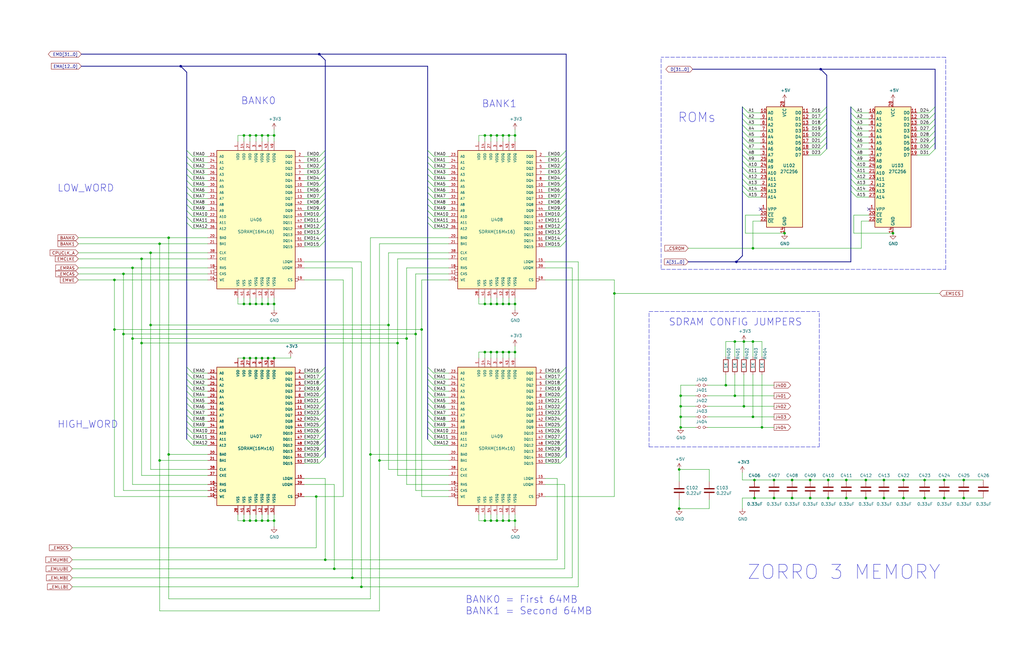
<source format=kicad_sch>
(kicad_sch (version 20211123) (generator eeschema)
  (paper "B")
  (title_block (title "Amiga N2630") (date "2022-08-20") (rev "2.2"))
  (junction (at 313.69 171.45))
  (junction (at 107.95 151.13))
  (junction (at 346.075 29.21))
  (junction (at 212.09 57.15))
  (junction (at 207.01 128.27))
  (junction (at 133.35 209.55))
  (junction (at 398.145 210.185))
  (junction (at 115.57 219.71))
  (junction (at 113.03 219.71))
  (junction (at 76.2 27.94))
  (junction (at 334.01 202.565))
  (junction (at 406.4 210.185))
  (junction (at 287.02 180.34))
  (junction (at 334.01 210.185))
  (junction (at 381 202.565))
  (junction (at 175.26 140.97))
  (junction (at 71.12 191.77))
  (junction (at 287.02 167.005))
  (junction (at 115.57 57.15))
  (junction (at 110.49 219.71))
  (junction (at 140.97 240.03))
  (junction (at 318.135 210.185))
  (junction (at 55.88 142.875))
  (junction (at 318.135 202.565))
  (junction (at 365.125 202.565))
  (junction (at 398.145 202.565))
  (junction (at 372.745 210.185))
  (junction (at 107.95 219.71))
  (junction (at 381 210.185))
  (junction (at 376.555 98.425))
  (junction (at 326.39 202.565))
  (junction (at 113.03 151.13))
  (junction (at 212.09 128.27))
  (junction (at 317.5 104.775))
  (junction (at 204.47 219.71))
  (junction (at 287.02 175.895))
  (junction (at 349.25 210.185))
  (junction (at 171.45 142.875))
  (junction (at 341.63 210.185))
  (junction (at 207.01 148.59))
  (junction (at 102.87 151.13))
  (junction (at 309.88 144.145))
  (junction (at 330.835 98.425))
  (junction (at 310.515 110.49))
  (junction (at 115.57 128.27))
  (junction (at 102.87 57.15))
  (junction (at 177.8 139.065))
  (junction (at 217.17 219.71))
  (junction (at 152.4 247.65))
  (junction (at 209.55 148.59))
  (junction (at 204.47 57.15))
  (junction (at 209.55 128.27))
  (junction (at 204.47 148.59))
  (junction (at 209.55 57.15))
  (junction (at 105.41 128.27))
  (junction (at 67.31 102.87))
  (junction (at 356.87 210.185))
  (junction (at 317.5 144.145))
  (junction (at 63.5 137.16))
  (junction (at 214.63 57.15))
  (junction (at 214.63 148.59))
  (junction (at 110.49 151.13))
  (junction (at 59.69 144.78))
  (junction (at 217.17 57.15))
  (junction (at 167.64 144.78))
  (junction (at 52.07 140.97))
  (junction (at 55.88 113.03))
  (junction (at 313.69 144.145))
  (junction (at 102.87 128.27))
  (junction (at 163.83 137.16))
  (junction (at 59.69 109.22))
  (junction (at 341.63 202.565))
  (junction (at 207.01 219.71))
  (junction (at 156.21 191.77))
  (junction (at 160.02 194.31))
  (junction (at 209.55 219.71))
  (junction (at 105.41 151.13))
  (junction (at 309.88 167.005))
  (junction (at 105.41 57.15))
  (junction (at 63.5 106.68))
  (junction (at 372.745 202.565))
  (junction (at 321.31 180.34))
  (junction (at 105.41 219.71))
  (junction (at 48.26 139.065))
  (junction (at 67.31 194.31))
  (junction (at 107.95 57.15))
  (junction (at 326.39 210.185))
  (junction (at 286.385 198.12))
  (junction (at 259.08 123.825))
  (junction (at 406.4 202.565))
  (junction (at 48.26 118.11))
  (junction (at 148.59 243.84))
  (junction (at 306.07 162.56))
  (junction (at 110.49 57.15))
  (junction (at 52.07 115.57))
  (junction (at 287.02 171.45))
  (junction (at 212.09 148.59))
  (junction (at 356.87 202.565))
  (junction (at 102.87 219.71))
  (junction (at 71.12 100.33))
  (junction (at 134.62 22.86))
  (junction (at 217.17 128.27))
  (junction (at 214.63 128.27))
  (junction (at 115.57 151.13))
  (junction (at 365.125 210.185))
  (junction (at 110.49 128.27))
  (junction (at 204.47 128.27))
  (junction (at 137.16 236.22))
  (junction (at 317.5 175.895))
  (junction (at 217.17 148.59))
  (junction (at 113.03 57.15))
  (junction (at 389.89 210.185))
  (junction (at 107.95 128.27))
  (junction (at 113.03 128.27))
  (junction (at 207.01 57.15))
  (junction (at 214.63 219.71))
  (junction (at 286.385 214.63))
  (junction (at 349.25 202.565))
  (junction (at 389.89 202.565))
  (junction (at 212.09 219.71))
  (no_connect (at 366.395 88.265))
  (no_connect (at 320.675 88.265))
  (bus_entry (at 81.28 157.48) (size -2.54 -2.54))
  (bus_entry (at 236.22 83.82) (size 2.54 -2.54))
  (bus_entry (at 134.62 101.6) (size 2.54 -2.54))
  (bus_entry (at 134.62 86.36) (size 2.54 -2.54))
  (bus_entry (at 236.22 193.04) (size 2.54 -2.54))
  (bus_entry (at 236.22 172.72) (size 2.54 -2.54))
  (bus_entry (at 391.795 65.405) (size 2.54 -2.54))
  (bus_entry (at 134.62 187.96) (size 2.54 -2.54))
  (bus_entry (at 81.28 86.36) (size -2.54 -2.54))
  (bus_entry (at 391.795 52.705) (size 2.54 -2.54))
  (bus_entry (at 81.28 88.9) (size -2.54 -2.54))
  (bus_entry (at 236.22 73.66) (size 2.54 -2.54))
  (bus_entry (at 81.28 73.66) (size -2.54 -2.54))
  (bus_entry (at 134.62 193.04) (size 2.54 -2.54))
  (bus_entry (at 134.62 190.5) (size 2.54 -2.54))
  (bus_entry (at 236.22 66.04) (size 2.54 -2.54))
  (bus_entry (at 134.62 170.18) (size 2.54 -2.54))
  (bus_entry (at 134.62 88.9) (size 2.54 -2.54))
  (bus_entry (at 315.595 70.485) (size -2.54 -2.54))
  (bus_entry (at 182.88 66.04) (size -2.54 -2.54))
  (bus_entry (at 182.88 88.9) (size -2.54 -2.54))
  (bus_entry (at 182.88 180.34) (size -2.54 -2.54))
  (bus_entry (at 236.22 71.12) (size 2.54 -2.54))
  (bus_entry (at 134.62 182.88) (size 2.54 -2.54))
  (bus_entry (at 81.28 93.98) (size -2.54 -2.54))
  (bus_entry (at 361.315 47.625) (size -2.54 -2.54))
  (bus_entry (at 81.28 172.72) (size -2.54 -2.54))
  (bus_entry (at 81.28 71.12) (size -2.54 -2.54))
  (bus_entry (at 361.315 52.705) (size -2.54 -2.54))
  (bus_entry (at 361.315 55.245) (size -2.54 -2.54))
  (bus_entry (at 346.075 65.405) (size 2.54 -2.54))
  (bus_entry (at 182.88 78.74) (size -2.54 -2.54))
  (bus_entry (at 182.88 175.26) (size -2.54 -2.54))
  (bus_entry (at 182.88 187.96) (size -2.54 -2.54))
  (bus_entry (at 182.88 177.8) (size -2.54 -2.54))
  (bus_entry (at 182.88 91.44) (size -2.54 -2.54))
  (bus_entry (at 236.22 68.58) (size 2.54 -2.54))
  (bus_entry (at 315.595 47.625) (size -2.54 -2.54))
  (bus_entry (at 81.28 83.82) (size -2.54 -2.54))
  (bus_entry (at 134.62 180.34) (size 2.54 -2.54))
  (bus_entry (at 236.22 76.2) (size 2.54 -2.54))
  (bus_entry (at 182.88 170.18) (size -2.54 -2.54))
  (bus_entry (at 315.595 78.105) (size -2.54 -2.54))
  (bus_entry (at 346.075 55.245) (size 2.54 -2.54))
  (bus_entry (at 236.22 177.8) (size 2.54 -2.54))
  (bus_entry (at 361.315 83.185) (size -2.54 -2.54))
  (bus_entry (at 315.595 67.945) (size -2.54 -2.54))
  (bus_entry (at 236.22 182.88) (size 2.54 -2.54))
  (bus_entry (at 81.28 68.58) (size -2.54 -2.54))
  (bus_entry (at 81.28 165.1) (size -2.54 -2.54))
  (bus_entry (at 361.315 73.025) (size -2.54 -2.54))
  (bus_entry (at 81.28 162.56) (size -2.54 -2.54))
  (bus_entry (at 236.22 93.98) (size 2.54 -2.54))
  (bus_entry (at 81.28 187.96) (size -2.54 -2.54))
  (bus_entry (at 236.22 86.36) (size 2.54 -2.54))
  (bus_entry (at 315.595 80.645) (size -2.54 -2.54))
  (bus_entry (at 81.28 175.26) (size -2.54 -2.54))
  (bus_entry (at 236.22 165.1) (size 2.54 -2.54))
  (bus_entry (at 134.62 167.64) (size 2.54 -2.54))
  (bus_entry (at 81.28 177.8) (size -2.54 -2.54))
  (bus_entry (at 315.595 52.705) (size -2.54 -2.54))
  (bus_entry (at 134.62 78.74) (size 2.54 -2.54))
  (bus_entry (at 361.315 62.865) (size -2.54 -2.54))
  (bus_entry (at 236.22 167.64) (size 2.54 -2.54))
  (bus_entry (at 236.22 175.26) (size 2.54 -2.54))
  (bus_entry (at 361.315 65.405) (size -2.54 -2.54))
  (bus_entry (at 236.22 81.28) (size 2.54 -2.54))
  (bus_entry (at 134.62 93.98) (size 2.54 -2.54))
  (bus_entry (at 182.88 162.56) (size -2.54 -2.54))
  (bus_entry (at 236.22 180.34) (size 2.54 -2.54))
  (bus_entry (at 391.795 50.165) (size 2.54 -2.54))
  (bus_entry (at 182.88 167.64) (size -2.54 -2.54))
  (bus_entry (at 236.22 185.42) (size 2.54 -2.54))
  (bus_entry (at 134.62 73.66) (size 2.54 -2.54))
  (bus_entry (at 182.88 83.82) (size -2.54 -2.54))
  (bus_entry (at 134.62 71.12) (size 2.54 -2.54))
  (bus_entry (at 236.22 101.6) (size 2.54 -2.54))
  (bus_entry (at 134.62 160.02) (size 2.54 -2.54))
  (bus_entry (at 182.88 76.2) (size -2.54 -2.54))
  (bus_entry (at 134.62 165.1) (size 2.54 -2.54))
  (bus_entry (at 81.28 167.64) (size -2.54 -2.54))
  (bus_entry (at 236.22 190.5) (size 2.54 -2.54))
  (bus_entry (at 182.88 165.1) (size -2.54 -2.54))
  (bus_entry (at 315.595 75.565) (size -2.54 -2.54))
  (bus_entry (at 346.075 47.625) (size 2.54 -2.54))
  (bus_entry (at 134.62 68.58) (size 2.54 -2.54))
  (bus_entry (at 134.62 66.04) (size 2.54 -2.54))
  (bus_entry (at 315.595 55.245) (size -2.54 -2.54))
  (bus_entry (at 315.595 73.025) (size -2.54 -2.54))
  (bus_entry (at 81.28 96.52) (size -2.54 -2.54))
  (bus_entry (at 236.22 187.96) (size 2.54 -2.54))
  (bus_entry (at 361.315 60.325) (size -2.54 -2.54))
  (bus_entry (at 81.28 76.2) (size -2.54 -2.54))
  (bus_entry (at 134.62 91.44) (size 2.54 -2.54))
  (bus_entry (at 134.62 99.06) (size 2.54 -2.54))
  (bus_entry (at 236.22 88.9) (size 2.54 -2.54))
  (bus_entry (at 236.22 195.58) (size 2.54 -2.54))
  (bus_entry (at 182.88 182.88) (size -2.54 -2.54))
  (bus_entry (at 182.88 157.48) (size -2.54 -2.54))
  (bus_entry (at 361.315 67.945) (size -2.54 -2.54))
  (bus_entry (at 346.075 57.785) (size 2.54 -2.54))
  (bus_entry (at 134.62 96.52) (size 2.54 -2.54))
  (bus_entry (at 134.62 162.56) (size 2.54 -2.54))
  (bus_entry (at 81.28 185.42) (size -2.54 -2.54))
  (bus_entry (at 134.62 172.72) (size 2.54 -2.54))
  (bus_entry (at 236.22 96.52) (size 2.54 -2.54))
  (bus_entry (at 81.28 66.04) (size -2.54 -2.54))
  (bus_entry (at 81.28 81.28) (size -2.54 -2.54))
  (bus_entry (at 236.22 104.14) (size 2.54 -2.54))
  (bus_entry (at 236.22 78.74) (size 2.54 -2.54))
  (bus_entry (at 81.28 170.18) (size -2.54 -2.54))
  (bus_entry (at 81.28 78.74) (size -2.54 -2.54))
  (bus_entry (at 236.22 99.06) (size 2.54 -2.54))
  (bus_entry (at 315.595 83.185) (size -2.54 -2.54))
  (bus_entry (at 236.22 162.56) (size 2.54 -2.54))
  (bus_entry (at 134.62 185.42) (size 2.54 -2.54))
  (bus_entry (at 236.22 160.02) (size 2.54 -2.54))
  (bus_entry (at 182.88 185.42) (size -2.54 -2.54))
  (bus_entry (at 346.075 60.325) (size 2.54 -2.54))
  (bus_entry (at 346.075 52.705) (size 2.54 -2.54))
  (bus_entry (at 361.315 57.785) (size -2.54 -2.54))
  (bus_entry (at 134.62 83.82) (size 2.54 -2.54))
  (bus_entry (at 182.88 71.12) (size -2.54 -2.54))
  (bus_entry (at 361.315 70.485) (size -2.54 -2.54))
  (bus_entry (at 81.28 180.34) (size -2.54 -2.54))
  (bus_entry (at 236.22 157.48) (size 2.54 -2.54))
  (bus_entry (at 315.595 50.165) (size -2.54 -2.54))
  (bus_entry (at 391.795 62.865) (size 2.54 -2.54))
  (bus_entry (at 391.795 55.245) (size 2.54 -2.54))
  (bus_entry (at 134.62 177.8) (size 2.54 -2.54))
  (bus_entry (at 182.88 93.98) (size -2.54 -2.54))
  (bus_entry (at 81.28 182.88) (size -2.54 -2.54))
  (bus_entry (at 346.075 62.865) (size 2.54 -2.54))
  (bus_entry (at 315.595 57.785) (size -2.54 -2.54))
  (bus_entry (at 236.22 91.44) (size 2.54 -2.54))
  (bus_entry (at 182.88 160.02) (size -2.54 -2.54))
  (bus_entry (at 134.62 104.14) (size 2.54 -2.54))
  (bus_entry (at 391.795 60.325) (size 2.54 -2.54))
  (bus_entry (at 182.88 172.72) (size -2.54 -2.54))
  (bus_entry (at 134.62 195.58) (size 2.54 -2.54))
  (bus_entry (at 361.315 80.645) (size -2.54 -2.54))
  (bus_entry (at 315.595 65.405) (size -2.54 -2.54))
  (bus_entry (at 391.795 57.785) (size 2.54 -2.54))
  (bus_entry (at 391.795 47.625) (size 2.54 -2.54))
  (bus_entry (at 182.88 68.58) (size -2.54 -2.54))
  (bus_entry (at 134.62 81.28) (size 2.54 -2.54))
  (bus_entry (at 361.315 75.565) (size -2.54 -2.54))
  (bus_entry (at 182.88 86.36) (size -2.54 -2.54))
  (bus_entry (at 81.28 91.44) (size -2.54 -2.54))
  (bus_entry (at 346.075 50.165) (size 2.54 -2.54))
  (bus_entry (at 182.88 81.28) (size -2.54 -2.54))
  (bus_entry (at 315.595 62.865) (size -2.54 -2.54))
  (bus_entry (at 134.62 157.48) (size 2.54 -2.54))
  (bus_entry (at 361.315 50.165) (size -2.54 -2.54))
  (bus_entry (at 134.62 76.2) (size 2.54 -2.54))
  (bus_entry (at 361.315 78.105) (size -2.54 -2.54))
  (bus_entry (at 81.28 160.02) (size -2.54 -2.54))
  (bus_entry (at 134.62 175.26) (size 2.54 -2.54))
  (bus_entry (at 315.595 60.325) (size -2.54 -2.54))
  (bus_entry (at 182.88 73.66) (size -2.54 -2.54))
  (bus_entry (at 236.22 170.18) (size 2.54 -2.54))
  (bus_entry (at 182.88 96.52) (size -2.54 -2.54))
  (bus (pts (xy 238.76 22.86) (xy 238.76 63.5)))
  (wire (pts (xy 321.31 158.115) (xy 321.31 180.34)))
  (wire (pts (xy 306.07 144.145) (xy 309.88 144.145)))
  (bus (pts (xy 78.74 93.98) (xy 78.74 154.94)))
  (wire (pts (xy 214.63 151.13) (xy 214.63 148.59)))
  (bus (pts (xy 346.075 29.21) (xy 394.335 29.21)))
  (wire (pts (xy 128.27 71.12) (xy 134.62 71.12)))
  (wire (pts (xy 229.87 157.48) (xy 236.22 157.48)))
  (wire (pts (xy 87.63 182.88) (xy 81.28 182.88)))
  (wire (pts (xy 314.325 90.805) (xy 314.325 98.425)))
  (wire (pts (xy 128.27 68.58) (xy 134.62 68.58)))
  (wire (pts (xy 381 210.185) (xy 389.89 210.185)))
  (wire (pts (xy 167.64 144.78) (xy 167.64 200.66)))
  (wire (pts (xy 313.69 171.45) (xy 326.39 171.45)))
  (wire (pts (xy 115.57 57.15) (xy 115.57 54.61)))
  (wire (pts (xy 229.87 170.18) (xy 236.22 170.18)))
  (wire (pts (xy 115.57 59.69) (xy 115.57 57.15)))
  (bus (pts (xy 238.76 66.04) (xy 238.76 68.58)))
  (wire (pts (xy 59.69 200.66) (xy 59.69 144.78)))
  (bus (pts (xy 238.76 175.26) (xy 238.76 177.8)))
  (wire (pts (xy 156.21 252.73) (xy 71.12 252.73)))
  (bus (pts (xy 313.055 47.625) (xy 313.055 50.165)))
  (bus (pts (xy 358.775 62.865) (xy 358.775 65.405)))
  (bus (pts (xy 238.76 154.94) (xy 238.76 157.48)))
  (wire (pts (xy 189.23 160.02) (xy 182.88 160.02)))
  (bus (pts (xy 180.34 27.94) (xy 180.34 63.5)))
  (wire (pts (xy 363.22 93.345) (xy 363.22 104.775)))
  (bus (pts (xy 358.775 67.945) (xy 358.775 70.485)))
  (wire (pts (xy 229.87 76.2) (xy 236.22 76.2)))
  (bus (pts (xy 137.16 185.42) (xy 137.16 187.96)))
  (wire (pts (xy 189.23 115.57) (xy 175.26 115.57)))
  (wire (pts (xy 386.715 52.705) (xy 391.795 52.705)))
  (bus (pts (xy 180.34 162.56) (xy 180.34 165.1)))
  (wire (pts (xy 59.69 144.78) (xy 167.64 144.78)))
  (wire (pts (xy 87.63 113.03) (xy 55.88 113.03)))
  (bus (pts (xy 238.76 99.06) (xy 238.76 101.6)))
  (wire (pts (xy 128.27 190.5) (xy 134.62 190.5)))
  (bus (pts (xy 358.775 60.325) (xy 358.775 62.865)))
  (bus (pts (xy 348.615 31.75) (xy 348.615 45.085)))
  (wire (pts (xy 140.97 240.03) (xy 30.48 240.03)))
  (wire (pts (xy 67.31 257.81) (xy 160.02 257.81)))
  (wire (pts (xy 100.33 57.15) (xy 102.87 57.15)))
  (wire (pts (xy 189.23 102.87) (xy 160.02 102.87)))
  (wire (pts (xy 189.23 175.26) (xy 182.88 175.26)))
  (wire (pts (xy 366.395 78.105) (xy 361.315 78.105)))
  (wire (pts (xy 67.31 194.31) (xy 67.31 102.87)))
  (wire (pts (xy 365.125 210.185) (xy 372.745 210.185)))
  (wire (pts (xy 320.675 55.245) (xy 315.595 55.245)))
  (wire (pts (xy 167.64 109.22) (xy 167.64 144.78)))
  (wire (pts (xy 189.23 76.2) (xy 182.88 76.2)))
  (wire (pts (xy 340.995 55.245) (xy 346.075 55.245)))
  (wire (pts (xy 320.675 62.865) (xy 315.595 62.865)))
  (wire (pts (xy 287.02 171.45) (xy 287.02 175.895)))
  (wire (pts (xy 189.23 100.33) (xy 156.21 100.33)))
  (bus (pts (xy 137.16 170.18) (xy 137.16 172.72)))
  (polyline (pts (xy 398.78 113.665) (xy 398.78 24.13)))
  (wire (pts (xy 52.07 115.57) (xy 87.63 115.57)))
  (wire (pts (xy 318.135 202.565) (xy 326.39 202.565)))
  (wire (pts (xy 386.715 55.245) (xy 391.795 55.245)))
  (wire (pts (xy 175.26 115.57) (xy 175.26 140.97)))
  (wire (pts (xy 313.69 144.145) (xy 313.69 150.495)))
  (bus (pts (xy 137.16 157.48) (xy 137.16 160.02)))
  (bus (pts (xy 394.335 45.085) (xy 394.335 47.625)))
  (wire (pts (xy 189.23 207.01) (xy 175.26 207.01)))
  (wire (pts (xy 207.01 217.17) (xy 207.01 219.71)))
  (wire (pts (xy 87.63 78.74) (xy 81.28 78.74)))
  (wire (pts (xy 286.385 203.2) (xy 286.385 198.12)))
  (wire (pts (xy 189.23 68.58) (xy 182.88 68.58)))
  (bus (pts (xy 238.76 165.1) (xy 238.76 167.64)))
  (bus (pts (xy 137.16 93.98) (xy 137.16 96.52)))
  (wire (pts (xy 340.995 57.785) (xy 346.075 57.785)))
  (wire (pts (xy 128.27 81.28) (xy 134.62 81.28)))
  (wire (pts (xy 320.675 65.405) (xy 315.595 65.405)))
  (wire (pts (xy 160.02 194.31) (xy 160.02 257.81)))
  (bus (pts (xy 137.16 25.4) (xy 134.62 22.86)))
  (bus (pts (xy 180.34 88.9) (xy 180.34 91.44)))
  (wire (pts (xy 372.745 202.565) (xy 381 202.565)))
  (wire (pts (xy 201.93 128.27) (xy 204.47 128.27)))
  (bus (pts (xy 180.34 180.34) (xy 180.34 182.88)))
  (bus (pts (xy 134.62 22.86) (xy 238.76 22.86)))
  (wire (pts (xy 209.55 148.59) (xy 212.09 148.59)))
  (wire (pts (xy 100.33 219.71) (xy 102.87 219.71)))
  (wire (pts (xy 128.27 170.18) (xy 134.62 170.18)))
  (wire (pts (xy 366.395 73.025) (xy 361.315 73.025)))
  (wire (pts (xy 87.63 109.22) (xy 59.69 109.22)))
  (wire (pts (xy 63.5 198.12) (xy 63.5 137.16)))
  (wire (pts (xy 201.93 125.73) (xy 201.93 128.27)))
  (bus (pts (xy 313.055 75.565) (xy 313.055 78.105)))
  (wire (pts (xy 204.47 148.59) (xy 207.01 148.59)))
  (wire (pts (xy 163.83 137.16) (xy 163.83 198.12)))
  (bus (pts (xy 180.34 71.12) (xy 180.34 73.66)))
  (wire (pts (xy 318.135 202.565) (xy 313.055 202.565)))
  (wire (pts (xy 340.995 52.705) (xy 346.075 52.705)))
  (wire (pts (xy 259.08 123.825) (xy 259.08 209.55)))
  (wire (pts (xy 299.085 198.12) (xy 299.085 203.2)))
  (wire (pts (xy 87.63 167.64) (xy 81.28 167.64)))
  (wire (pts (xy 229.87 81.28) (xy 236.22 81.28)))
  (bus (pts (xy 180.34 73.66) (xy 180.34 76.2)))
  (wire (pts (xy 229.87 113.03) (xy 241.3 113.03)))
  (wire (pts (xy 321.31 150.495) (xy 321.31 144.145)))
  (bus (pts (xy 137.16 167.64) (xy 137.16 170.18)))
  (bus (pts (xy 358.775 50.165) (xy 358.775 52.705)))
  (wire (pts (xy 398.145 202.565) (xy 406.4 202.565)))
  (wire (pts (xy 189.23 88.9) (xy 182.88 88.9)))
  (wire (pts (xy 48.26 139.065) (xy 48.26 209.55)))
  (wire (pts (xy 201.93 57.15) (xy 204.47 57.15)))
  (wire (pts (xy 102.87 219.71) (xy 105.41 219.71)))
  (bus (pts (xy 180.34 182.88) (xy 180.34 185.42)))
  (wire (pts (xy 366.395 57.785) (xy 361.315 57.785)))
  (wire (pts (xy 102.87 151.13) (xy 105.41 151.13)))
  (wire (pts (xy 318.135 210.185) (xy 326.39 210.185)))
  (bus (pts (xy 137.16 91.44) (xy 137.16 93.98)))
  (wire (pts (xy 299.085 214.63) (xy 299.085 210.82)))
  (wire (pts (xy 366.395 75.565) (xy 361.315 75.565)))
  (wire (pts (xy 214.63 217.17) (xy 214.63 219.71)))
  (bus (pts (xy 180.34 76.2) (xy 180.34 78.74)))
  (wire (pts (xy 107.95 151.13) (xy 110.49 151.13)))
  (wire (pts (xy 212.09 217.17) (xy 212.09 219.71)))
  (bus (pts (xy 137.16 182.88) (xy 137.16 185.42)))
  (bus (pts (xy 394.335 52.705) (xy 394.335 55.245)))
  (wire (pts (xy 317.5 104.775) (xy 290.195 104.775)))
  (wire (pts (xy 71.12 191.77) (xy 71.12 100.33)))
  (wire (pts (xy 320.675 47.625) (xy 315.595 47.625)))
  (wire (pts (xy 189.23 78.74) (xy 182.88 78.74)))
  (wire (pts (xy 189.23 194.31) (xy 160.02 194.31)))
  (wire (pts (xy 128.27 162.56) (xy 134.62 162.56)))
  (wire (pts (xy 309.88 167.005) (xy 326.39 167.005)))
  (wire (pts (xy 234.95 201.93) (xy 234.95 236.22)))
  (wire (pts (xy 340.995 47.625) (xy 346.075 47.625)))
  (bus (pts (xy 348.615 52.705) (xy 348.615 55.245)))
  (wire (pts (xy 214.63 219.71) (xy 217.17 219.71)))
  (bus (pts (xy 358.775 80.645) (xy 358.775 110.49)))
  (wire (pts (xy 128.27 88.9) (xy 134.62 88.9)))
  (bus (pts (xy 78.74 78.74) (xy 78.74 81.28)))
  (wire (pts (xy 229.87 83.82) (xy 236.22 83.82)))
  (wire (pts (xy 320.675 83.185) (xy 315.595 83.185)))
  (wire (pts (xy 286.385 214.63) (xy 299.085 214.63)))
  (wire (pts (xy 366.395 67.945) (xy 361.315 67.945)))
  (wire (pts (xy 105.41 125.73) (xy 105.41 128.27)))
  (bus (pts (xy 180.34 167.64) (xy 180.34 170.18)))
  (wire (pts (xy 217.17 148.59) (xy 217.17 146.05)))
  (wire (pts (xy 163.83 198.12) (xy 189.23 198.12)))
  (wire (pts (xy 189.23 96.52) (xy 182.88 96.52)))
  (bus (pts (xy 180.34 86.36) (xy 180.34 88.9)))
  (polyline (pts (xy 345.44 188.595) (xy 345.44 131.445)))
  (bus (pts (xy 180.34 91.44) (xy 180.34 93.98)))
  (wire (pts (xy 386.715 62.865) (xy 391.795 62.865)))
  (wire (pts (xy 87.63 177.8) (xy 81.28 177.8)))
  (bus (pts (xy 76.2 27.94) (xy 180.34 27.94)))
  (wire (pts (xy 229.87 99.06) (xy 236.22 99.06)))
  (wire (pts (xy 229.87 187.96) (xy 236.22 187.96)))
  (wire (pts (xy 398.145 210.185) (xy 406.4 210.185)))
  (bus (pts (xy 310.515 110.49) (xy 358.775 110.49)))
  (wire (pts (xy 287.02 175.895) (xy 293.37 175.895)))
  (wire (pts (xy 189.23 170.18) (xy 182.88 170.18)))
  (wire (pts (xy 365.125 202.565) (xy 356.87 202.565)))
  (wire (pts (xy 363.22 104.775) (xy 317.5 104.775)))
  (wire (pts (xy 102.87 128.27) (xy 105.41 128.27)))
  (wire (pts (xy 48.26 118.11) (xy 33.02 118.11)))
  (wire (pts (xy 313.69 144.145) (xy 317.5 144.145)))
  (wire (pts (xy 229.87 204.47) (xy 238.125 204.47)))
  (bus (pts (xy 78.74 81.28) (xy 78.74 83.82)))
  (bus (pts (xy 137.16 154.94) (xy 137.16 157.48)))
  (bus (pts (xy 238.76 182.88) (xy 238.76 185.42)))
  (wire (pts (xy 87.63 191.77) (xy 71.12 191.77)))
  (wire (pts (xy 340.995 65.405) (xy 346.075 65.405)))
  (polyline (pts (xy 278.765 113.665) (xy 398.78 113.665)))
  (wire (pts (xy 238.125 240.03) (xy 238.125 204.47)))
  (wire (pts (xy 229.87 96.52) (xy 236.22 96.52)))
  (bus (pts (xy 238.76 180.34) (xy 238.76 182.88)))
  (wire (pts (xy 317.5 144.145) (xy 321.31 144.145)))
  (wire (pts (xy 381 202.565) (xy 389.89 202.565)))
  (wire (pts (xy 334.01 202.565) (xy 341.63 202.565)))
  (bus (pts (xy 238.76 162.56) (xy 238.76 165.1)))
  (bus (pts (xy 78.74 162.56) (xy 78.74 165.1)))
  (wire (pts (xy 209.55 125.73) (xy 209.55 128.27)))
  (wire (pts (xy 128.27 201.93) (xy 137.16 201.93)))
  (wire (pts (xy 63.5 137.16) (xy 63.5 106.68)))
  (wire (pts (xy 212.09 151.13) (xy 212.09 148.59)))
  (wire (pts (xy 87.63 157.48) (xy 81.28 157.48)))
  (bus (pts (xy 313.055 52.705) (xy 313.055 55.245)))
  (wire (pts (xy 52.07 207.01) (xy 52.07 140.97)))
  (bus (pts (xy 292.1 29.21) (xy 346.075 29.21)))
  (bus (pts (xy 180.34 175.26) (xy 180.34 177.8)))
  (wire (pts (xy 189.23 91.44) (xy 182.88 91.44)))
  (wire (pts (xy 128.27 175.26) (xy 134.62 175.26)))
  (wire (pts (xy 313.055 202.565) (xy 313.055 199.39)))
  (wire (pts (xy 67.31 194.31) (xy 67.31 257.81)))
  (wire (pts (xy 209.55 219.71) (xy 212.09 219.71)))
  (bus (pts (xy 358.775 65.405) (xy 358.775 67.945)))
  (wire (pts (xy 105.41 128.27) (xy 107.95 128.27)))
  (wire (pts (xy 209.55 217.17) (xy 209.55 219.71)))
  (wire (pts (xy 340.995 62.865) (xy 346.075 62.865)))
  (polyline (pts (xy 398.78 24.13) (xy 278.765 24.13)))
  (wire (pts (xy 115.57 151.13) (xy 122.555 151.13)))
  (wire (pts (xy 201.93 217.17) (xy 201.93 219.71)))
  (wire (pts (xy 107.95 128.27) (xy 110.49 128.27)))
  (wire (pts (xy 386.715 50.165) (xy 391.795 50.165)))
  (bus (pts (xy 238.76 170.18) (xy 238.76 172.72)))
  (wire (pts (xy 140.97 204.47) (xy 140.97 240.03)))
  (wire (pts (xy 87.63 118.11) (xy 48.26 118.11)))
  (wire (pts (xy 209.55 151.13) (xy 209.55 148.59)))
  (wire (pts (xy 366.395 70.485) (xy 361.315 70.485)))
  (wire (pts (xy 366.395 65.405) (xy 361.315 65.405)))
  (wire (pts (xy 113.03 219.71) (xy 115.57 219.71)))
  (wire (pts (xy 87.63 81.28) (xy 81.28 81.28)))
  (wire (pts (xy 320.675 57.785) (xy 315.595 57.785)))
  (bus (pts (xy 180.34 177.8) (xy 180.34 180.34)))
  (wire (pts (xy 177.8 118.11) (xy 177.8 139.065)))
  (bus (pts (xy 313.055 80.645) (xy 313.055 107.95)))
  (wire (pts (xy 349.25 202.565) (xy 341.63 202.565)))
  (wire (pts (xy 341.63 210.185) (xy 349.25 210.185)))
  (wire (pts (xy 217.17 59.69) (xy 217.17 57.15)))
  (bus (pts (xy 238.76 172.72) (xy 238.76 175.26)))
  (wire (pts (xy 366.395 55.245) (xy 361.315 55.245)))
  (bus (pts (xy 348.615 57.785) (xy 348.615 60.325)))
  (bus (pts (xy 238.76 185.42) (xy 238.76 187.96)))
  (wire (pts (xy 115.57 219.71) (xy 115.57 222.25)))
  (bus (pts (xy 180.34 81.28) (xy 180.34 83.82)))
  (wire (pts (xy 201.93 148.59) (xy 204.47 148.59)))
  (wire (pts (xy 102.87 125.73) (xy 102.87 128.27)))
  (wire (pts (xy 229.87 190.5) (xy 236.22 190.5)))
  (wire (pts (xy 204.47 217.17) (xy 204.47 219.71)))
  (wire (pts (xy 71.12 100.33) (xy 33.02 100.33)))
  (wire (pts (xy 52.07 140.97) (xy 175.26 140.97)))
  (wire (pts (xy 189.23 66.04) (xy 182.88 66.04)))
  (bus (pts (xy 78.74 76.2) (xy 78.74 78.74)))
  (bus (pts (xy 313.055 67.945) (xy 313.055 70.485)))
  (wire (pts (xy 389.89 202.565) (xy 398.145 202.565)))
  (wire (pts (xy 217.17 128.27) (xy 217.17 125.73)))
  (bus (pts (xy 78.74 180.34) (xy 78.74 182.88)))
  (wire (pts (xy 107.95 219.71) (xy 110.49 219.71)))
  (wire (pts (xy 152.4 110.49) (xy 152.4 247.65)))
  (wire (pts (xy 229.87 165.1) (xy 236.22 165.1)))
  (wire (pts (xy 128.27 86.36) (xy 134.62 86.36)))
  (wire (pts (xy 366.395 62.865) (xy 361.315 62.865)))
  (wire (pts (xy 366.395 90.805) (xy 360.045 90.805)))
  (bus (pts (xy 137.16 63.5) (xy 137.16 66.04)))
  (wire (pts (xy 366.395 83.185) (xy 361.315 83.185)))
  (bus (pts (xy 358.775 75.565) (xy 358.775 78.105)))
  (wire (pts (xy 137.16 236.22) (xy 234.95 236.22)))
  (wire (pts (xy 229.87 91.44) (xy 236.22 91.44)))
  (bus (pts (xy 78.74 66.04) (xy 78.74 68.58)))
  (wire (pts (xy 102.87 57.15) (xy 105.41 57.15)))
  (wire (pts (xy 286.385 210.82) (xy 286.385 214.63)))
  (wire (pts (xy 189.23 180.34) (xy 182.88 180.34)))
  (bus (pts (xy 34.29 27.94) (xy 76.2 27.94)))
  (bus (pts (xy 78.74 73.66) (xy 78.74 76.2)))
  (bus (pts (xy 137.16 187.96) (xy 137.16 190.5)))
  (bus (pts (xy 78.74 160.02) (xy 78.74 162.56)))
  (wire (pts (xy 189.23 187.96) (xy 182.88 187.96)))
  (bus (pts (xy 78.74 91.44) (xy 78.74 93.98)))
  (wire (pts (xy 189.23 185.42) (xy 182.88 185.42)))
  (bus (pts (xy 137.16 175.26) (xy 137.16 177.8)))
  (bus (pts (xy 313.055 70.485) (xy 313.055 73.025)))
  (bus (pts (xy 137.16 160.02) (xy 137.16 162.56)))
  (wire (pts (xy 189.23 113.03) (xy 171.45 113.03)))
  (wire (pts (xy 87.63 76.2) (xy 81.28 76.2)))
  (wire (pts (xy 87.63 160.02) (xy 81.28 160.02)))
  (wire (pts (xy 214.63 59.69) (xy 214.63 57.15)))
  (wire (pts (xy 171.45 142.875) (xy 171.45 204.47)))
  (bus (pts (xy 313.055 62.865) (xy 313.055 65.405)))
  (bus (pts (xy 348.615 47.625) (xy 348.615 50.165)))
  (wire (pts (xy 309.88 144.145) (xy 309.88 150.495)))
  (wire (pts (xy 320.675 75.565) (xy 315.595 75.565)))
  (bus (pts (xy 78.74 63.5) (xy 78.74 66.04)))
  (wire (pts (xy 287.02 167.005) (xy 287.02 171.45)))
  (wire (pts (xy 320.675 93.345) (xy 317.5 93.345)))
  (wire (pts (xy 207.01 59.69) (xy 207.01 57.15)))
  (wire (pts (xy 366.395 93.345) (xy 363.22 93.345)))
  (wire (pts (xy 229.87 185.42) (xy 236.22 185.42)))
  (wire (pts (xy 189.23 165.1) (xy 182.88 165.1)))
  (wire (pts (xy 406.4 202.565) (xy 414.655 202.565)))
  (wire (pts (xy 320.675 73.025) (xy 315.595 73.025)))
  (wire (pts (xy 87.63 86.36) (xy 81.28 86.36)))
  (wire (pts (xy 87.63 93.98) (xy 81.28 93.98)))
  (wire (pts (xy 212.09 57.15) (xy 214.63 57.15)))
  (wire (pts (xy 204.47 128.27) (xy 207.01 128.27)))
  (wire (pts (xy 229.87 177.8) (xy 236.22 177.8)))
  (wire (pts (xy 113.03 125.73) (xy 113.03 128.27)))
  (bus (pts (xy 313.055 60.325) (xy 313.055 62.865)))
  (bus (pts (xy 238.76 96.52) (xy 238.76 99.06)))
  (wire (pts (xy 156.21 100.33) (xy 156.21 191.77)))
  (wire (pts (xy 87.63 162.56) (xy 81.28 162.56)))
  (wire (pts (xy 229.87 88.9) (xy 236.22 88.9)))
  (bus (pts (xy 358.775 52.705) (xy 358.775 55.245)))
  (wire (pts (xy 105.41 151.13) (xy 107.95 151.13)))
  (wire (pts (xy 52.07 140.97) (xy 52.07 115.57)))
  (wire (pts (xy 207.01 125.73) (xy 207.01 128.27)))
  (wire (pts (xy 212.09 148.59) (xy 214.63 148.59)))
  (wire (pts (xy 229.87 175.26) (xy 236.22 175.26)))
  (wire (pts (xy 137.16 236.22) (xy 30.48 236.22)))
  (bus (pts (xy 238.76 157.48) (xy 238.76 160.02)))
  (wire (pts (xy 110.49 151.13) (xy 113.03 151.13)))
  (bus (pts (xy 137.16 162.56) (xy 137.16 165.1)))
  (bus (pts (xy 358.775 45.085) (xy 358.775 47.625)))
  (wire (pts (xy 110.49 128.27) (xy 113.03 128.27)))
  (wire (pts (xy 115.57 128.27) (xy 115.57 130.81)))
  (polyline (pts (xy 273.685 131.445) (xy 345.44 131.445)))
  (bus (pts (xy 394.335 60.325) (xy 394.335 62.865)))
  (bus (pts (xy 78.74 71.12) (xy 78.74 73.66)))
  (wire (pts (xy 175.26 140.97) (xy 175.26 207.01)))
  (wire (pts (xy 33.02 115.57) (xy 52.07 115.57)))
  (bus (pts (xy 34.29 22.86) (xy 134.62 22.86)))
  (wire (pts (xy 287.02 167.005) (xy 293.37 167.005)))
  (wire (pts (xy 163.83 137.16) (xy 63.5 137.16)))
  (bus (pts (xy 78.74 30.48) (xy 76.2 27.94)))
  (wire (pts (xy 113.03 217.17) (xy 113.03 219.71)))
  (wire (pts (xy 209.55 57.15) (xy 212.09 57.15)))
  (wire (pts (xy 229.87 71.12) (xy 236.22 71.12)))
  (bus (pts (xy 358.775 55.245) (xy 358.775 57.785)))
  (wire (pts (xy 212.09 128.27) (xy 214.63 128.27)))
  (bus (pts (xy 358.775 70.485) (xy 358.775 73.025)))
  (bus (pts (xy 238.76 73.66) (xy 238.76 76.2)))
  (wire (pts (xy 217.17 219.71) (xy 217.17 217.17)))
  (wire (pts (xy 201.93 59.69) (xy 201.93 57.15)))
  (wire (pts (xy 229.87 193.04) (xy 236.22 193.04)))
  (wire (pts (xy 189.23 118.11) (xy 177.8 118.11)))
  (wire (pts (xy 318.135 210.185) (xy 313.055 210.185)))
  (wire (pts (xy 152.4 247.65) (xy 30.48 247.65)))
  (wire (pts (xy 128.27 180.34) (xy 134.62 180.34)))
  (wire (pts (xy 100.33 217.17) (xy 100.33 219.71)))
  (wire (pts (xy 287.02 162.56) (xy 287.02 167.005)))
  (wire (pts (xy 214.63 125.73) (xy 214.63 128.27)))
  (wire (pts (xy 306.07 158.115) (xy 306.07 162.56)))
  (wire (pts (xy 113.03 59.69) (xy 113.03 57.15)))
  (wire (pts (xy 148.59 243.84) (xy 30.48 243.84)))
  (wire (pts (xy 298.45 175.895) (xy 317.5 175.895)))
  (wire (pts (xy 287.02 180.34) (xy 293.37 180.34)))
  (wire (pts (xy 128.27 185.42) (xy 134.62 185.42)))
  (bus (pts (xy 180.34 160.02) (xy 180.34 162.56)))
  (bus (pts (xy 78.74 177.8) (xy 78.74 180.34)))
  (bus (pts (xy 238.76 88.9) (xy 238.76 91.44)))
  (wire (pts (xy 201.93 219.71) (xy 204.47 219.71)))
  (wire (pts (xy 144.78 209.55) (xy 144.78 118.11)))
  (wire (pts (xy 107.95 59.69) (xy 107.95 57.15)))
  (wire (pts (xy 217.17 57.15) (xy 217.17 54.61)))
  (wire (pts (xy 128.27 96.52) (xy 134.62 96.52)))
  (wire (pts (xy 87.63 102.87) (xy 67.31 102.87)))
  (wire (pts (xy 113.03 128.27) (xy 115.57 128.27)))
  (wire (pts (xy 309.88 144.145) (xy 313.69 144.145)))
  (wire (pts (xy 229.87 180.34) (xy 236.22 180.34)))
  (wire (pts (xy 55.88 113.03) (xy 33.02 113.03)))
  (wire (pts (xy 87.63 198.12) (xy 63.5 198.12)))
  (bus (pts (xy 180.34 63.5) (xy 180.34 66.04)))
  (bus (pts (xy 238.76 101.6) (xy 238.76 154.94)))
  (wire (pts (xy 133.35 209.55) (xy 144.78 209.55)))
  (wire (pts (xy 87.63 172.72) (xy 81.28 172.72)))
  (wire (pts (xy 189.23 93.98) (xy 182.88 93.98)))
  (wire (pts (xy 229.87 182.88) (xy 236.22 182.88)))
  (bus (pts (xy 137.16 88.9) (xy 137.16 91.44)))
  (wire (pts (xy 229.87 209.55) (xy 259.08 209.55)))
  (bus (pts (xy 394.335 50.165) (xy 394.335 52.705)))
  (wire (pts (xy 128.27 182.88) (xy 134.62 182.88)))
  (bus (pts (xy 394.335 55.245) (xy 394.335 57.785)))
  (bus (pts (xy 180.34 157.48) (xy 180.34 160.02)))
  (wire (pts (xy 306.07 162.56) (xy 326.39 162.56)))
  (wire (pts (xy 87.63 165.1) (xy 81.28 165.1)))
  (polyline (pts (xy 278.765 24.765) (xy 278.765 113.665)))
  (wire (pts (xy 340.995 50.165) (xy 346.075 50.165)))
  (bus (pts (xy 137.16 96.52) (xy 137.16 99.06)))
  (wire (pts (xy 366.395 60.325) (xy 361.315 60.325)))
  (wire (pts (xy 214.63 128.27) (xy 217.17 128.27)))
  (bus (pts (xy 348.615 45.085) (xy 348.615 47.625)))
  (wire (pts (xy 177.8 139.065) (xy 48.26 139.065)))
  (bus (pts (xy 238.76 93.98) (xy 238.76 96.52)))
  (bus (pts (xy 238.76 63.5) (xy 238.76 66.04)))
  (wire (pts (xy 287.02 175.895) (xy 287.02 180.34)))
  (wire (pts (xy 87.63 200.66) (xy 59.69 200.66)))
  (bus (pts (xy 78.74 83.82) (xy 78.74 86.36)))
  (wire (pts (xy 386.715 47.625) (xy 391.795 47.625)))
  (wire (pts (xy 110.49 217.17) (xy 110.49 219.71)))
  (wire (pts (xy 287.02 171.45) (xy 293.37 171.45)))
  (wire (pts (xy 105.41 217.17) (xy 105.41 219.71)))
  (wire (pts (xy 63.5 106.68) (xy 33.02 106.68)))
  (wire (pts (xy 189.23 106.68) (xy 163.83 106.68)))
  (wire (pts (xy 128.27 187.96) (xy 134.62 187.96)))
  (wire (pts (xy 366.395 50.165) (xy 361.315 50.165)))
  (wire (pts (xy 163.83 106.68) (xy 163.83 137.16)))
  (wire (pts (xy 349.25 210.185) (xy 356.87 210.185)))
  (bus (pts (xy 238.76 160.02) (xy 238.76 162.56)))
  (wire (pts (xy 128.27 113.03) (xy 148.59 113.03)))
  (bus (pts (xy 78.74 165.1) (xy 78.74 167.64)))
  (bus (pts (xy 137.16 81.28) (xy 137.16 83.82)))
  (wire (pts (xy 313.055 210.185) (xy 313.055 214.63)))
  (wire (pts (xy 87.63 187.96) (xy 81.28 187.96)))
  (bus (pts (xy 348.615 50.165) (xy 348.615 52.705)))
  (wire (pts (xy 229.87 78.74) (xy 236.22 78.74)))
  (bus (pts (xy 180.34 93.98) (xy 180.34 154.94)))
  (bus (pts (xy 180.34 170.18) (xy 180.34 172.72)))
  (wire (pts (xy 229.87 195.58) (xy 236.22 195.58)))
  (bus (pts (xy 137.16 86.36) (xy 137.16 88.9)))
  (wire (pts (xy 259.08 123.825) (xy 396.24 123.825)))
  (wire (pts (xy 189.23 191.77) (xy 156.21 191.77)))
  (wire (pts (xy 87.63 66.04) (xy 81.28 66.04)))
  (wire (pts (xy 298.45 162.56) (xy 306.07 162.56)))
  (wire (pts (xy 360.045 90.805) (xy 360.045 98.425)))
  (wire (pts (xy 229.87 118.11) (xy 259.08 118.11)))
  (wire (pts (xy 320.675 52.705) (xy 315.595 52.705)))
  (wire (pts (xy 229.87 101.6) (xy 236.22 101.6)))
  (wire (pts (xy 189.23 71.12) (xy 182.88 71.12)))
  (wire (pts (xy 87.63 180.34) (xy 81.28 180.34)))
  (bus (pts (xy 78.74 157.48) (xy 78.74 160.02)))
  (wire (pts (xy 298.45 171.45) (xy 313.69 171.45)))
  (bus (pts (xy 238.76 187.96) (xy 238.76 190.5)))
  (wire (pts (xy 229.87 66.04) (xy 236.22 66.04)))
  (wire (pts (xy 128.27 76.2) (xy 134.62 76.2)))
  (bus (pts (xy 137.16 190.5) (xy 137.16 193.04)))
  (wire (pts (xy 148.59 113.03) (xy 148.59 243.84)))
  (wire (pts (xy 152.4 247.65) (xy 243.84 247.65)))
  (bus (pts (xy 358.775 78.105) (xy 358.775 80.645)))
  (bus (pts (xy 78.74 167.64) (xy 78.74 170.18)))
  (wire (pts (xy 107.95 217.17) (xy 107.95 219.71)))
  (bus (pts (xy 78.74 88.9) (xy 78.74 91.44)))
  (bus (pts (xy 313.055 73.025) (xy 313.055 75.565)))
  (wire (pts (xy 214.63 148.59) (xy 217.17 148.59)))
  (wire (pts (xy 209.55 128.27) (xy 212.09 128.27)))
  (wire (pts (xy 105.41 219.71) (xy 107.95 219.71)))
  (wire (pts (xy 59.69 144.78) (xy 59.69 109.22)))
  (wire (pts (xy 313.69 171.45) (xy 313.69 158.115)))
  (bus (pts (xy 137.16 71.12) (xy 137.16 73.66)))
  (bus (pts (xy 238.76 86.36) (xy 238.76 88.9)))
  (bus (pts (xy 137.16 25.4) (xy 137.16 63.5)))
  (wire (pts (xy 128.27 78.74) (xy 134.62 78.74)))
  (wire (pts (xy 55.88 142.875) (xy 171.45 142.875)))
  (wire (pts (xy 189.23 162.56) (xy 182.88 162.56)))
  (bus (pts (xy 137.16 177.8) (xy 137.16 180.34)))
  (wire (pts (xy 217.17 219.71) (xy 217.17 222.25)))
  (bus (pts (xy 78.74 30.48) (xy 78.74 63.5)))
  (wire (pts (xy 298.45 180.34) (xy 321.31 180.34)))
  (bus (pts (xy 238.76 78.74) (xy 238.76 81.28)))
  (wire (pts (xy 212.09 59.69) (xy 212.09 57.15)))
  (wire (pts (xy 128.27 167.64) (xy 134.62 167.64)))
  (wire (pts (xy 87.63 106.68) (xy 63.5 106.68)))
  (wire (pts (xy 212.09 219.71) (xy 214.63 219.71)))
  (wire (pts (xy 160.02 102.87) (xy 160.02 194.31)))
  (bus (pts (xy 137.16 78.74) (xy 137.16 81.28)))
  (wire (pts (xy 201.93 151.13) (xy 201.93 148.59)))
  (wire (pts (xy 107.95 125.73) (xy 107.95 128.27)))
  (wire (pts (xy 128.27 110.49) (xy 152.4 110.49)))
  (wire (pts (xy 204.47 59.69) (xy 204.47 57.15)))
  (wire (pts (xy 128.27 165.1) (xy 134.62 165.1)))
  (wire (pts (xy 87.63 204.47) (xy 55.88 204.47)))
  (bus (pts (xy 313.055 50.165) (xy 313.055 52.705)))
  (bus (pts (xy 180.34 154.94) (xy 180.34 157.48)))
  (wire (pts (xy 217.17 128.27) (xy 217.17 130.81)))
  (wire (pts (xy 189.23 73.66) (xy 182.88 73.66)))
  (wire (pts (xy 306.07 150.495) (xy 306.07 144.145)))
  (wire (pts (xy 259.08 118.11) (xy 259.08 123.825)))
  (wire (pts (xy 128.27 195.58) (xy 134.62 195.58)))
  (wire (pts (xy 366.395 47.625) (xy 361.315 47.625)))
  (wire (pts (xy 189.23 83.82) (xy 182.88 83.82)))
  (wire (pts (xy 140.97 240.03) (xy 238.125 240.03)))
  (wire (pts (xy 105.41 57.15) (xy 107.95 57.15)))
  (bus (pts (xy 180.34 78.74) (xy 180.34 81.28)))
  (bus (pts (xy 358.775 73.025) (xy 358.775 75.565)))
  (wire (pts (xy 128.27 83.82) (xy 134.62 83.82)))
  (wire (pts (xy 128.27 99.06) (xy 134.62 99.06)))
  (wire (pts (xy 128.27 157.48) (xy 134.62 157.48)))
  (wire (pts (xy 360.045 98.425) (xy 376.555 98.425)))
  (wire (pts (xy 207.01 57.15) (xy 209.55 57.15)))
  (wire (pts (xy 87.63 170.18) (xy 81.28 170.18)))
  (bus (pts (xy 238.76 83.82) (xy 238.76 86.36)))
  (wire (pts (xy 189.23 172.72) (xy 182.88 172.72)))
  (wire (pts (xy 110.49 59.69) (xy 110.49 57.15)))
  (bus (pts (xy 394.335 29.21) (xy 394.335 45.085)))
  (wire (pts (xy 207.01 151.13) (xy 207.01 148.59)))
  (wire (pts (xy 100.33 128.27) (xy 102.87 128.27)))
  (bus (pts (xy 313.055 45.085) (xy 313.055 47.625)))
  (wire (pts (xy 229.87 104.14) (xy 236.22 104.14)))
  (wire (pts (xy 189.23 204.47) (xy 171.45 204.47)))
  (wire (pts (xy 189.23 200.66) (xy 167.64 200.66)))
  (wire (pts (xy 320.675 90.805) (xy 314.325 90.805)))
  (wire (pts (xy 229.87 167.64) (xy 236.22 167.64)))
  (wire (pts (xy 100.33 59.69) (xy 100.33 57.15)))
  (wire (pts (xy 334.01 210.185) (xy 341.63 210.185)))
  (polyline (pts (xy 273.685 132.08) (xy 273.685 188.595)))
  (wire (pts (xy 317.5 144.145) (xy 317.5 150.495)))
  (bus (pts (xy 290.195 110.49) (xy 310.515 110.49)))
  (bus (pts (xy 394.335 57.785) (xy 394.335 60.325)))
  (wire (pts (xy 87.63 209.55) (xy 48.26 209.55)))
  (bus (pts (xy 310.515 110.49) (xy 313.055 107.95)))
  (wire (pts (xy 309.88 158.115) (xy 309.88 167.005)))
  (wire (pts (xy 122.555 151.13) (xy 122.555 150.495)))
  (bus (pts (xy 78.74 172.72) (xy 78.74 175.26)))
  (wire (pts (xy 87.63 88.9) (xy 81.28 88.9)))
  (wire (pts (xy 189.23 157.48) (xy 182.88 157.48)))
  (bus (pts (xy 78.74 154.94) (xy 78.74 157.48)))
  (wire (pts (xy 171.45 113.03) (xy 171.45 142.875)))
  (wire (pts (xy 128.27 177.8) (xy 134.62 177.8)))
  (bus (pts (xy 313.055 78.105) (xy 313.055 80.645)))
  (bus (pts (xy 180.34 172.72) (xy 180.34 175.26)))
  (wire (pts (xy 317.5 158.115) (xy 317.5 175.895)))
  (wire (pts (xy 293.37 162.56) (xy 287.02 162.56)))
  (bus (pts (xy 180.34 68.58) (xy 180.34 71.12)))
  (wire (pts (xy 87.63 185.42) (xy 81.28 185.42)))
  (bus (pts (xy 238.76 177.8) (xy 238.76 180.34)))
  (wire (pts (xy 156.21 191.77) (xy 156.21 252.73)))
  (bus (pts (xy 78.74 68.58) (xy 78.74 71.12)))
  (wire (pts (xy 102.87 217.17) (xy 102.87 219.71)))
  (bus (pts (xy 137.16 165.1) (xy 137.16 167.64)))
  (wire (pts (xy 128.27 104.14) (xy 134.62 104.14)))
  (bus (pts (xy 180.34 165.1) (xy 180.34 167.64)))
  (wire (pts (xy 189.23 209.55) (xy 177.8 209.55)))
  (wire (pts (xy 102.87 59.69) (xy 102.87 57.15)))
  (wire (pts (xy 204.47 151.13) (xy 204.47 148.59)))
  (wire (pts (xy 128.27 93.98) (xy 134.62 93.98)))
  (bus (pts (xy 313.055 55.245) (xy 313.055 57.785)))
  (wire (pts (xy 321.31 180.34) (xy 326.39 180.34)))
  (wire (pts (xy 133.35 231.14) (xy 30.48 231.14)))
  (bus (pts (xy 137.16 101.6) (xy 137.16 154.94)))
  (bus (pts (xy 238.76 76.2) (xy 238.76 78.74)))
  (wire (pts (xy 320.675 50.165) (xy 315.595 50.165)))
  (bus (pts (xy 313.055 65.405) (xy 313.055 67.945)))
  (wire (pts (xy 189.23 182.88) (xy 182.88 182.88)))
  (wire (pts (xy 128.27 160.02) (xy 134.62 160.02)))
  (bus (pts (xy 137.16 172.72) (xy 137.16 175.26)))
  (wire (pts (xy 113.03 57.15) (xy 115.57 57.15)))
  (wire (pts (xy 320.675 67.945) (xy 315.595 67.945)))
  (wire (pts (xy 144.78 118.11) (xy 128.27 118.11)))
  (wire (pts (xy 128.27 101.6) (xy 134.62 101.6)))
  (wire (pts (xy 229.87 201.93) (xy 234.95 201.93)))
  (wire (pts (xy 229.87 73.66) (xy 236.22 73.66)))
  (wire (pts (xy 133.35 209.55) (xy 133.35 231.14)))
  (bus (pts (xy 78.74 182.88) (xy 78.74 185.42)))
  (bus (pts (xy 238.76 190.5) (xy 238.76 193.04)))
  (wire (pts (xy 128.27 172.72) (xy 134.62 172.72)))
  (wire (pts (xy 298.45 167.005) (xy 309.88 167.005)))
  (wire (pts (xy 128.27 91.44) (xy 134.62 91.44)))
  (bus (pts (xy 238.76 71.12) (xy 238.76 73.66)))
  (bus (pts (xy 78.74 86.36) (xy 78.74 88.9)))
  (bus (pts (xy 137.16 73.66) (xy 137.16 76.2)))
  (wire (pts (xy 243.84 247.65) (xy 243.84 110.49)))
  (wire (pts (xy 71.12 191.77) (xy 71.12 252.73)))
  (wire (pts (xy 229.87 86.36) (xy 236.22 86.36)))
  (wire (pts (xy 207.01 128.27) (xy 209.55 128.27)))
  (wire (pts (xy 67.31 102.87) (xy 33.02 102.87)))
  (bus (pts (xy 180.34 83.82) (xy 180.34 86.36)))
  (wire (pts (xy 229.87 110.49) (xy 243.84 110.49)))
  (wire (pts (xy 229.87 162.56) (xy 236.22 162.56)))
  (wire (pts (xy 87.63 73.66) (xy 81.28 73.66)))
  (bus (pts (xy 137.16 180.34) (xy 137.16 182.88)))
  (bus (pts (xy 238.76 68.58) (xy 238.76 71.12)))
  (wire (pts (xy 87.63 71.12) (xy 81.28 71.12)))
  (wire (pts (xy 48.26 118.11) (xy 48.26 139.065)))
  (wire (pts (xy 229.87 68.58) (xy 236.22 68.58)))
  (wire (pts (xy 386.715 57.785) (xy 391.795 57.785)))
  (wire (pts (xy 128.27 66.04) (xy 134.62 66.04)))
  (wire (pts (xy 320.675 78.105) (xy 315.595 78.105)))
  (bus (pts (xy 238.76 81.28) (xy 238.76 83.82)))
  (wire (pts (xy 55.88 204.47) (xy 55.88 142.875)))
  (wire (pts (xy 229.87 160.02) (xy 236.22 160.02)))
  (wire (pts (xy 320.675 60.325) (xy 315.595 60.325)))
  (wire (pts (xy 326.39 202.565) (xy 334.01 202.565)))
  (wire (pts (xy 189.23 81.28) (xy 182.88 81.28)))
  (wire (pts (xy 87.63 175.26) (xy 81.28 175.26)))
  (wire (pts (xy 389.89 210.185) (xy 398.145 210.185)))
  (wire (pts (xy 87.63 83.82) (xy 81.28 83.82)))
  (wire (pts (xy 320.675 80.645) (xy 315.595 80.645)))
  (wire (pts (xy 356.87 210.185) (xy 365.125 210.185)))
  (wire (pts (xy 229.87 172.72) (xy 236.22 172.72)))
  (wire (pts (xy 55.88 142.875) (xy 55.88 113.03)))
  (wire (pts (xy 148.59 243.84) (xy 241.3 243.84)))
  (bus (pts (xy 137.16 99.06) (xy 137.16 101.6)))
  (wire (pts (xy 137.16 201.93) (xy 137.16 236.22)))
  (wire (pts (xy 317.5 93.345) (xy 317.5 104.775)))
  (wire (pts (xy 189.23 86.36) (xy 182.88 86.36)))
  (wire (pts (xy 317.5 175.895) (xy 326.39 175.895)))
  (bus (pts (xy 348.615 55.245) (xy 348.615 57.785)))
  (wire (pts (xy 209.55 59.69) (xy 209.55 57.15)))
  (bus (pts (xy 137.16 76.2) (xy 137.16 78.74)))
  (wire (pts (xy 314.325 98.425) (xy 330.835 98.425)))
  (wire (pts (xy 115.57 128.27) (xy 115.57 125.73)))
  (wire (pts (xy 128.27 193.04) (xy 134.62 193.04)))
  (wire (pts (xy 177.8 139.065) (xy 177.8 209.55)))
  (bus (pts (xy 358.775 47.625) (xy 358.775 50.165)))
  (wire (pts (xy 241.3 243.84) (xy 241.3 113.03)))
  (wire (pts (xy 87.63 96.52) (xy 81.28 96.52)))
  (wire (pts (xy 229.87 93.98) (xy 236.22 93.98)))
  (bus (pts (xy 137.16 68.58) (xy 137.16 71.12)))
  (wire (pts (xy 207.01 148.59) (xy 209.55 148.59)))
  (wire (pts (xy 128.27 73.66) (xy 134.62 73.66)))
  (wire (pts (xy 87.63 194.31) (xy 67.31 194.31)))
  (wire (pts (xy 115.57 219.71) (xy 115.57 217.17)))
  (bus (pts (xy 348.615 60.325) (xy 348.615 62.865)))
  (wire (pts (xy 204.47 125.73) (xy 204.47 128.27)))
  (wire (pts (xy 189.23 177.8) (xy 182.88 177.8)))
  (wire (pts (xy 128.27 209.55) (xy 133.35 209.55)))
  (wire (pts (xy 110.49 219.71) (xy 113.03 219.71)))
  (wire (pts (xy 87.63 100.33) (xy 71.12 100.33)))
  (wire (pts (xy 204.47 219.71) (xy 207.01 219.71)))
  (wire (pts (xy 406.4 210.185) (xy 414.655 210.185)))
  (bus (pts (xy 137.16 83.82) (xy 137.16 86.36)))
  (bus (pts (xy 238.76 167.64) (xy 238.76 170.18)))
  (wire (pts (xy 366.395 52.705) (xy 361.315 52.705)))
  (wire (pts (xy 214.63 57.15) (xy 217.17 57.15)))
  (wire (pts (xy 372.745 210.185) (xy 381 210.185)))
  (wire (pts (xy 366.395 80.645) (xy 361.315 80.645)))
  (polyline (pts (xy 273.685 188.595) (xy 345.44 188.595)))
  (wire (pts (xy 189.23 109.22) (xy 167.64 109.22)))
  (wire (pts (xy 87.63 91.44) (xy 81.28 91.44)))
  (wire (pts (xy 207.01 219.71) (xy 209.55 219.71)))
  (wire (pts (xy 372.745 202.565) (xy 365.125 202.565)))
  (wire (pts (xy 100.33 125.73) (xy 100.33 128.27)))
  (bus (pts (xy 78.74 175.26) (xy 78.74 177.8)))
  (wire (pts (xy 326.39 210.185) (xy 334.01 210.185)))
  (wire (pts (xy 320.675 70.485) (xy 315.595 70.485)))
  (wire (pts (xy 386.715 60.325) (xy 391.795 60.325)))
  (bus (pts (xy 394.335 47.625) (xy 394.335 50.165)))
  (wire (pts (xy 217.17 151.13) (xy 217.17 148.59)))
  (wire (pts (xy 356.87 202.565) (xy 349.25 202.565)))
  (wire (pts (xy 107.95 57.15) (xy 110.49 57.15)))
  (wire (pts (xy 212.09 125.73) (xy 212.09 128.27)))
  (bus (pts (xy 78.74 170.18) (xy 78.74 172.72)))
  (wire (pts (xy 110.49 125.73) (xy 110.49 128.27)))
  (wire (pts (xy 110.49 57.15) (xy 113.03 57.15)))
  (wire (pts (xy 100.33 151.13) (xy 102.87 151.13)))
  (wire (pts (xy 87.63 207.01) (xy 52.07 207.01)))
  (wire (pts (xy 105.41 59.69) (xy 105.41 57.15)))
  (bus (pts (xy 137.16 66.04) (xy 137.16 68.58)))
  (bus (pts (xy 180.34 66.04) (xy 180.34 68.58)))
  (bus (pts (xy 358.775 57.785) (xy 358.775 60.325)))
  (wire (pts (xy 204.47 57.15) (xy 207.01 57.15)))
  (bus (pts (xy 313.055 57.785) (xy 313.055 60.325)))
  (wire (pts (xy 340.995 60.325) (xy 346.075 60.325)))
  (bus (pts (xy 238.76 91.44) (xy 238.76 93.98)))
  (wire (pts (xy 189.23 167.64) (xy 182.88 167.64)))
  (bus (pts (xy 346.075 29.21) (xy 348.615 31.75)))
  (wire (pts (xy 59.69 109.22) (xy 33.02 109.22)))
  (wire (pts (xy 128.27 204.47) (xy 140.97 204.47)))
  (wire (pts (xy 113.03 151.13) (xy 115.57 151.13)))
  (wire (pts (xy 386.715 65.405) (xy 391.795 65.405)))
  (wire (pts (xy 87.63 68.58) (xy 81.28 68.58)))
  (wire (pts (xy 286.385 198.12) (xy 299.085 198.12)))
  (text "ZORRO 3 MEMORY" (at 314.96 245.11 0) (effects (font (size 5.9944 5.9944)) (justify left bottom)))
  (text "SDRAM CONFIG JUMPERS" (at 281.94 137.795 0) (effects (font (size 3 3)) (justify left bottom)))
  (text "LOW_WORD" (at 24.13 81.28 0) (effects (font (size 2.9972 2.9972)) (justify left bottom)))
  (text "BANK1" (at 203.2 45.72 0) (effects (font (size 2.9972 2.9972)) (justify left bottom)))
  (text "BANK0" (at 101.6 44.45 0) (effects (font (size 2.9972 2.9972)) (justify left bottom)))
  (text "BANK0 = First 64MB\nBANK1 = Second 64MB" (at 196.215 259.715 0) (effects (font (size 2.9972 2.9972)) (justify left bottom)))
  (text "ROMs" (at 285.75 52.07 0) (effects (font (size 3.9878 3.9878)) (justify left bottom)))
  (text "HIGH_WORD" (at 24.13 180.975 0) (effects (font (size 2.9972 2.9972)) (justify left bottom)))
  (label "EMA2" (at 182.88 162.56 0))
  (label "EMD6" (at 236.22 81.28 180))
  (label "EMA2" (at 81.28 71.12 0))
  (label "EMD0" (at 134.62 66.04 180))
  (label "A1" (at 315.595 47.625 0))
  (label "EMD22" (at 134.62 172.72 180))
  (label "A9" (at 361.315 67.945 0))
  (label "EMA0" (at 182.88 66.04 0))
  (label "D29" (at 391.795 60.325 180))
  (label "EMA4" (at 182.88 167.64 0))
  (label "A12" (at 361.315 75.565 0))
  (label "EMD26" (at 236.22 182.88 180))
  (label "EMA10" (at 81.28 182.88 0))
  (label "EMD2" (at 236.22 71.12 180))
  (label "EMD23" (at 134.62 175.26 180))
  (label "D17" (at 346.075 50.165 180))
  (label "EMD2" (at 134.62 71.12 180))
  (label "EMA10" (at 182.88 182.88 0))
  (label "D28" (at 391.795 57.785 180))
  (label "A13" (at 361.315 78.105 0))
  (label "EMA12" (at 182.88 187.96 0))
  (label "EMD4" (at 236.22 76.2 180))
  (label "D16" (at 346.075 47.625 180))
  (label "EMD30" (at 236.22 193.04 180))
  (label "EMD7" (at 236.22 83.82 180))
  (label "EMA12" (at 81.28 96.52 0))
  (label "EMD17" (at 134.62 160.02 180))
  (label "D31" (at 391.795 65.405 180))
  (label "EMD8" (at 236.22 86.36 180))
  (label "EMD7" (at 134.62 83.82 180))
  (label "EMA8" (at 81.28 177.8 0))
  (label "EMD5" (at 236.22 78.74 180))
  (label "A15" (at 361.315 83.185 0))
  (label "A15" (at 315.595 83.185 0))
  (label "EMD30" (at 134.62 193.04 180))
  (label "EMD27" (at 236.22 185.42 180))
  (label "EMD17" (at 236.22 160.02 180))
  (label "EMA9" (at 81.28 180.34 0))
  (label "EMA6" (at 81.28 81.28 0))
  (label "EMA11" (at 182.88 185.42 0))
  (label "EMA4" (at 81.28 76.2 0))
  (label "D22" (at 346.075 62.865 180))
  (label "EMD24" (at 134.62 177.8 180))
  (label "A7" (at 361.315 62.865 0))
  (label "EMD3" (at 236.22 73.66 180))
  (label "EMA6" (at 182.88 81.28 0))
  (label "A5" (at 315.595 57.785 0))
  (label "EMD28" (at 134.62 187.96 180))
  (label "EMD9" (at 236.22 88.9 180))
  (label "A6" (at 315.595 60.325 0))
  (label "EMD12" (at 134.62 96.52 180))
  (label "A8" (at 315.595 65.405 0))
  (label "EMD25" (at 134.62 180.34 180))
  (label "EMD9" (at 134.62 88.9 180))
  (label "EMA1" (at 81.28 68.58 0))
  (label "EMD14" (at 134.62 101.6 180))
  (label "EMD29" (at 134.62 190.5 180))
  (label "D25" (at 391.795 50.165 180))
  (label "D23" (at 346.075 65.405 180))
  (label "A3" (at 315.595 52.705 0))
  (label "EMA1" (at 81.28 160.02 0))
  (label "EMD8" (at 134.62 86.36 180))
  (label "A3" (at 361.315 52.705 0))
  (label "EMD19" (at 134.62 165.1 180))
  (label "D20" (at 346.075 57.785 180))
  (label "EMA5" (at 81.28 170.18 0))
  (label "EMA7" (at 182.88 175.26 0))
  (label "D27" (at 391.795 55.245 180))
  (label "EMA3" (at 81.28 73.66 0))
  (label "EMD0" (at 236.22 66.04 180))
  (label "EMD20" (at 236.22 167.64 180))
  (label "EMA7" (at 81.28 175.26 0))
  (label "EMA9" (at 182.88 180.34 0))
  (label "EMA11" (at 182.88 93.98 0))
  (label "D26" (at 391.795 52.705 180))
  (label "EMA8" (at 182.88 177.8 0))
  (label "EMD26" (at 134.62 182.88 180))
  (label "D24" (at 391.795 47.625 180))
  (label "EMD31" (at 236.22 195.58 180))
  (label "EMA1" (at 182.88 68.58 0))
  (label "EMD10" (at 236.22 91.44 180))
  (label "A14" (at 361.315 80.645 0))
  (label "EMD4" (at 134.62 76.2 180))
  (label "EMD1" (at 236.22 68.58 180))
  (label "A10" (at 315.595 70.485 0))
  (label "D21" (at 346.075 60.325 180))
  (label "EMA11" (at 81.28 185.42 0))
  (label "EMD13" (at 236.22 99.06 180))
  (label "EMA4" (at 81.28 167.64 0))
  (label "A4" (at 315.595 55.245 0))
  (label "EMD11" (at 236.22 93.98 180))
  (label "A7" (at 315.595 62.865 0))
  (label "EMD16" (at 134.62 157.48 180))
  (label "EMD20" (at 134.62 167.64 180))
  (label "A5" (at 361.315 57.785 0))
  (label "A4" (at 361.315 55.245 0))
  (label "EMD28" (at 236.22 187.96 180))
  (label "EMA10" (at 81.28 91.44 0))
  (label "EMA9" (at 182.88 88.9 0))
  (label "EMA2" (at 81.28 162.56 0))
  (label "EMA12" (at 81.28 187.96 0))
  (label "EMD25" (at 236.22 180.34 180))
  (label "EMA3" (at 182.88 73.66 0))
  (label "EMD13" (at 134.62 99.06 180))
  (label "EMD21" (at 236.22 170.18 180))
  (label "EMA8" (at 81.28 86.36 0))
  (label "EMA11" (at 81.28 93.98 0))
  (label "EMA10" (at 182.88 91.44 0))
  (label "EMD18" (at 134.62 162.56 180))
  (label "EMD15" (at 134.62 104.14 180))
  (label "A13" (at 315.595 78.105 0))
  (label "EMD29" (at 236.22 190.5 180))
  (label "EMD12" (at 236.22 96.52 180))
  (label "EMD18" (at 236.22 162.56 180))
  (label "EMD22" (at 236.22 172.72 180))
  (label "EMA3" (at 81.28 165.1 0))
  (label "EMA5" (at 182.88 78.74 0))
  (label "EMD31" (at 134.62 195.58 180))
  (label "EMA7" (at 81.28 83.82 0))
  (label "EMD3" (at 134.62 73.66 180))
  (label "EMD19" (at 236.22 165.1 180))
  (label "EMD6" (at 134.62 81.28 180))
  (label "A9" (at 315.595 67.945 0))
  (label "A11" (at 315.595 73.025 0))
  (label "EMD27" (at 134.62 185.42 180))
  (label "EMA9" (at 81.28 88.9 0))
  (label "EMD16" (at 236.22 157.48 180))
  (label "A12" (at 315.595 75.565 0))
  (label "EMD15" (at 236.22 104.14 180))
  (label "EMA12" (at 182.88 96.52 0))
  (label "D30" (at 391.795 62.865 180))
  (label "EMA8" (at 182.88 86.36 0))
  (label "EMD23" (at 236.22 175.26 180))
  (label "A6" (at 361.315 60.325 0))
  (label "EMA6" (at 182.88 172.72 0))
  (label "A2" (at 315.595 50.165 0))
  (label "EMA0" (at 81.28 66.04 0))
  (label "EMD21" (at 134.62 170.18 180))
  (label "A8" (at 361.315 65.405 0))
  (label "A2" (at 361.315 50.165 0))
  (label "EMD10" (at 134.62 91.44 180))
  (label "EMA1" (at 182.88 160.02 0))
  (label "EMA6" (at 81.28 172.72 0))
  (label "EMD11" (at 134.62 93.98 180))
  (label "EMD14" (at 236.22 101.6 180))
  (label "EMD5" (at 134.62 78.74 180))
  (label "EMA3" (at 182.88 165.1 0))
  (label "EMA5" (at 182.88 170.18 0))
  (label "A10" (at 361.315 70.485 0))
  (label "EMA4" (at 182.88 76.2 0))
  (label "EMA7" (at 182.88 83.82 0))
  (label "D18" (at 346.075 52.705 180))
  (label "A14" (at 315.595 80.645 0))
  (label "EMA0" (at 182.88 157.48 0))
  (label "EMD24" (at 236.22 177.8 180))
  (label "A11" (at 361.315 73.025 0))
  (label "EMA2" (at 182.88 71.12 0))
  (label "EMA0" (at 81.28 157.48 0))
  (label "EMA5" (at 81.28 78.74 0))
  (label "D19" (at 346.075 55.245 180))
  (label "A1" (at 361.315 47.625 0))
  (label "EMD1" (at 134.62 68.58 180))
  (global_label "BANK1" (shape input) (at 33.02 102.87 180) (property "Intersheet References" "${INTERSHEET_REFS}" (effects hide)))
  (global_label "EMA[12..0]" (shape input) (at 34.29 27.94 180) (property "Intersheet References" "${INTERSHEET_REFS}" (effects hide)))
  (global_label "_EMCAS" (shape input) (at 33.02 115.57 180) (property "Intersheet References" "${INTERSHEET_REFS}" (effects hide)))
  (global_label "_EMRAS" (shape input) (at 33.02 113.03 180) (property "Intersheet References" "${INTERSHEET_REFS}" (effects hide)))
  (global_label "J400" (shape output) (at 326.39 162.56 0) (property "Intersheet References" "${INTERSHEET_REFS}" (effects hide)))
  (global_label "_EM1CS" (shape input) (at 396.24 123.825 0) (property "Intersheet References" "${INTERSHEET_REFS}" (effects hide)))
  (global_label "EMD[31..0]" (shape bidirectional) (at 34.29 22.86 180) (property "Intersheet References" "${INTERSHEET_REFS}" (effects hide)))
  (global_label "J403" (shape output) (at 326.39 175.895 0) (property "Intersheet References" "${INTERSHEET_REFS}" (effects hide)))
  (global_label "CPUCLK_A" (shape input) (at 33.02 106.68 180) (property "Intersheet References" "${INTERSHEET_REFS}" (effects hide)))
  (global_label "_EMLLBE" (shape input) (at 30.48 247.65 180) (property "Intersheet References" "${INTERSHEET_REFS}" (effects hide)))
  (global_label "J402" (shape output) (at 326.39 171.45 0) (property "Intersheet References" "${INTERSHEET_REFS}" (effects hide)))
  (global_label "_EMLMBE" (shape input) (at 30.48 243.84 180) (property "Intersheet References" "${INTERSHEET_REFS}" (effects hide)))
  (global_label "_EMUMBE" (shape input) (at 30.48 236.22 180) (property "Intersheet References" "${INTERSHEET_REFS}" (effects hide)))
  (global_label "D[31..0]" (shape bidirectional) (at 292.1 29.21 180) (property "Intersheet References" "${INTERSHEET_REFS}" (effects hide)))
  (global_label "J401" (shape output) (at 326.39 167.005 0) (property "Intersheet References" "${INTERSHEET_REFS}" (effects hide)))
  (global_label "_CSROM" (shape input) (at 290.195 104.775 180) (property "Intersheet References" "${INTERSHEET_REFS}" (effects hide)))
  (global_label "_EMUUBE" (shape input) (at 30.48 240.03 180) (property "Intersheet References" "${INTERSHEET_REFS}" (effects hide)))
  (global_label "BANK0" (shape input) (at 33.02 100.33 180) (property "Intersheet References" "${INTERSHEET_REFS}" (effects hide)))
  (global_label "J404" (shape output) (at 326.39 180.34 0) (property "Intersheet References" "${INTERSHEET_REFS}" (effects hide)))
  (global_label "_EM0CS" (shape input) (at 30.48 231.14 180) (property "Intersheet References" "${INTERSHEET_REFS}" (effects hide)))
  (global_label "EMCLKE" (shape input) (at 33.02 109.22 180) (property "Intersheet References" "${INTERSHEET_REFS}" (effects hide)))
  (global_label "EMWE" (shape input) (at 33.02 118.11 180) (property "Intersheet References" "${INTERSHEET_REFS}" (effects hide)))
  (global_label "A[31..0]" (shape input) (at 290.195 110.49 180) (property "Intersheet References" "${INTERSHEET_REFS}" (effects hide)))
  (symbol (lib_id "N2630:SDRAM_256MB(16Mx16)") (at 107.95 92.71 0) (unit 1)
    (property "Reference" "U406" (at 107.95 92.71 0))
    (property "Value" "SDRAM(16Mx16)" (at 107.95 97.79 0))
    (property "Footprint" "Package_SO:TSOP-II-54_22.2x10.16mm_P0.8mm" (effects hide))
  )
  (symbol (lib_id "power:+3.3V") (at 115.57 54.61 0) (unit 1)
    (property "Reference" "#PWR0117" (effects hide))
    (property "Value" "+3.3V" (at 115.951 50.2158 0))
  )
  (symbol (lib_id "power:GND") (at 115.57 130.81 0) (unit 1)
    (property "Reference" "#PWR0118" (effects hide))
    (property "Value" "GND" (at 115.697 135.2042 0))
  )
  (symbol (lib_id "N2630:SDRAM_256MB(16Mx16)") (at 107.95 184.15 0) (unit 1)
    (property "Reference" "U407" (at 107.95 184.15 0))
    (property "Value" "SDRAM(16Mx16)" (at 107.95 189.23 0))
    (property "Footprint" "Package_SO:TSOP-II-54_22.2x10.16mm_P0.8mm" (effects hide))
  )
  (symbol (lib_id "power:+3.3V") (at 122.555 150.495 0) (unit 1)
    (property "Reference" "#PWR0119" (effects hide))
    (property "Value" "+3.3V" (at 122.936 146.1008 0))
  )
  (symbol (lib_id "power:GND") (at 115.57 222.25 0) (unit 1)
    (property "Reference" "#PWR0120" (effects hide))
    (property "Value" "GND" (at 115.697 226.6442 0))
  )
  (symbol (lib_id "N2630:SDRAM_256MB(16Mx16)") (at 209.55 92.71 0) (unit 1)
    (property "Reference" "U408" (at 209.55 92.71 0))
    (property "Value" "SDRAM(16Mx16)" (at 209.55 97.79 0))
    (property "Footprint" "Package_SO:TSOP-II-54_22.2x10.16mm_P0.8mm" (effects hide))
  )
  (symbol (lib_id "power:+3.3V") (at 217.17 54.61 0) (unit 1)
    (property "Reference" "#PWR0121" (effects hide))
    (property "Value" "+3.3V" (at 217.551 50.2158 0))
  )
  (symbol (lib_id "power:GND") (at 217.17 130.81 0) (unit 1)
    (property "Reference" "#PWR0122" (effects hide))
    (property "Value" "GND" (at 217.297 135.2042 0))
  )
  (symbol (lib_id "N2630:SDRAM_256MB(16Mx16)") (at 209.55 184.15 0) (unit 1)
    (property "Reference" "U409" (at 209.55 184.15 0))
    (property "Value" "SDRAM(16Mx16)" (at 209.55 189.23 0))
    (property "Footprint" "Package_SO:TSOP-II-54_22.2x10.16mm_P0.8mm" (effects hide))
  )
  (symbol (lib_id "power:+3.3V") (at 217.17 146.05 0) (unit 1)
    (property "Reference" "#PWR0132" (effects hide))
    (property "Value" "+3.3V" (at 217.551 141.6558 0))
  )
  (symbol (lib_id "power:GND") (at 217.17 222.25 0) (unit 1)
    (property "Reference" "#PWR0171" (effects hide))
    (property "Value" "GND" (at 217.297 226.6442 0))
  )
  (symbol (lib_id "Memory_EPROM:27C256") (at 376.555 70.485 0) (unit 1)
    (property "Reference" "U103" (at 378.46 69.85 0))
    (property "Value" "27C256" (at 378.46 72.39 0))
    (property "Footprint" "Package_DIP:DIP-28_W15.24mm" (effects hide))
    (property "Datasheet" "http://ww1.microchip.com/downloads/en/DeviceDoc/doc0014.pdf" (effects hide))
  )
  (symbol (lib_id "Device:C") (at 286.385 207.01 0) (unit 1)
    (property "Reference" "C102" (at 289.306 205.8416 0) (effects (justify left)))
    (property "Value" "0.22uF" (at 289.306 208.153 0) (effects (justify left)))
    (property "Footprint" "Capacitor_SMD:C_0805_2012Metric" (effects hide))
  )
  (symbol (lib_id "Device:C") (at 299.085 207.01 0) (unit 1)
    (property "Reference" "C103" (at 302.006 205.8416 0) (effects (justify left)))
    (property "Value" "0.22uF" (at 302.006 208.153 0) (effects (justify left)))
    (property "Footprint" "Capacitor_SMD:C_0805_2012Metric" (effects hide))
  )
  (symbol (lib_id "power:GND") (at 286.385 214.63 0) (unit 1)
    (property "Reference" "#PWR0133" (effects hide))
    (property "Value" "GND" (at 286.512 219.0242 0))
  )
  (symbol (lib_id "power:+5V") (at 286.385 198.12 0) (unit 1)
    (property "Reference" "#PWR0134" (effects hide))
    (property "Value" "+5V" (at 286.766 193.7258 0))
  )
  (symbol (lib_id "power:+5V") (at 376.555 42.545 0) (unit 1)
    (property "Reference" "#PWR0135" (effects hide))
    (property "Value" "+5V" (at 376.936 38.1508 0))
  )
  (symbol (lib_id "power:GND") (at 376.555 98.425 0) (unit 1)
    (property "Reference" "#PWR0136" (effects hide))
    (property "Value" "GND" (at 376.682 102.8192 0))
  )
  (symbol (lib_id "Device:C") (at 318.135 206.375 0) (unit 1)
    (property "Reference" "C406" (at 315.595 200.66 0) (effects (justify left)))
    (property "Value" "0.33uF" (at 314.96 212.725 0) (effects (justify left)))
    (property "Footprint" "Capacitor_SMD:C_0805_2012Metric" (effects hide))
  )
  (symbol (lib_id "Device:C") (at 326.39 206.375 0) (unit 1)
    (property "Reference" "C407" (at 323.85 200.66 0) (effects (justify left)))
    (property "Value" "0.33uF" (at 323.215 212.725 0) (effects (justify left)))
    (property "Footprint" "Capacitor_SMD:C_0805_2012Metric" (effects hide))
  )
  (symbol (lib_id "Device:C") (at 334.01 206.375 0) (unit 1)
    (property "Reference" "C408" (at 331.47 200.66 0) (effects (justify left)))
    (property "Value" "0.33uF" (at 330.835 212.725 0) (effects (justify left)))
    (property "Footprint" "Capacitor_SMD:C_0805_2012Metric" (effects hide))
  )
  (symbol (lib_id "Device:C") (at 341.63 206.375 0) (unit 1)
    (property "Reference" "C409" (at 339.09 200.66 0) (effects (justify left)))
    (property "Value" "0.33uF" (at 338.455 212.725 0) (effects (justify left)))
    (property "Footprint" "Capacitor_SMD:C_0805_2012Metric" (effects hide))
  )
  (symbol (lib_id "Memory_EPROM:27C256") (at 330.835 70.485 0) (unit 1)
    (property "Reference" "U102" (at 332.74 69.85 0))
    (property "Value" "27C256" (at 332.74 72.39 0))
    (property "Footprint" "Package_DIP:DIP-28_W15.24mm" (effects hide))
    (property "Datasheet" "http://ww1.microchip.com/downloads/en/DeviceDoc/doc0014.pdf" (effects hide))
  )
  (symbol (lib_id "power:+5V") (at 330.835 42.545 0) (unit 1)
    (property "Reference" "#PWR0137" (effects hide))
    (property "Value" "+5V" (at 331.216 38.1508 0))
  )
  (symbol (lib_id "power:GND") (at 330.835 98.425 0) (unit 1)
    (property "Reference" "#PWR0138" (effects hide))
    (property "Value" "GND" (at 330.962 102.8192 0))
  )
  (symbol (lib_id "Device:C") (at 349.25 206.375 0) (unit 1)
    (property "Reference" "C410" (at 346.71 200.66 0) (effects (justify left)))
    (property "Value" "0.33uF" (at 346.075 212.725 0) (effects (justify left)))
    (property "Footprint" "Capacitor_SMD:C_0805_2012Metric" (effects hide))
  )
  (symbol (lib_id "Device:C") (at 356.87 206.375 0) (unit 1)
    (property "Reference" "C411" (at 354.33 200.66 0) (effects (justify left)))
    (property "Value" "0.33uF" (at 353.695 212.725 0) (effects (justify left)))
    (property "Footprint" "Capacitor_SMD:C_0805_2012Metric" (effects hide))
  )
  (symbol (lib_id "Device:C") (at 365.125 206.375 0) (unit 1)
    (property "Reference" "C412" (at 362.585 200.66 0) (effects (justify left)))
    (property "Value" "0.33uF" (at 361.95 212.725 0) (effects (justify left)))
    (property "Footprint" "Capacitor_SMD:C_0805_2012Metric" (effects hide))
  )
  (symbol (lib_id "Device:C") (at 372.745 206.375 0) (unit 1)
    (property "Reference" "C413" (at 370.205 200.66 0) (effects (justify left)))
    (property "Value" "0.33uF" (at 369.57 212.725 0) (effects (justify left)))
    (property "Footprint" "Capacitor_SMD:C_0805_2012Metric" (effects hide))
  )
  (symbol (lib_id "power:GND") (at 313.055 214.63 0) (unit 1)
    (property "Reference" "#PWR0111" (effects hide))
    (property "Value" "GND" (at 313.182 219.0242 0))
  )
  (symbol (lib_id "power:+3.3V") (at 313.055 199.39 0) (unit 1)
    (property "Reference" "#PWR0116" (effects hide))
    (property "Value" "+3.3V" (at 313.436 194.9958 0))
  )
  (symbol (lib_id "Device:C") (at 398.145 206.375 0) (unit 1)
    (property "Reference" "C424" (at 395.605 200.66 0) (effects (justify left)))
    (property "Value" "0.33uF" (at 394.97 212.725 0) (effects (justify left)))
    (property "Footprint" "Capacitor_SMD:C_0805_2012Metric" (effects hide))
  )
  (symbol (lib_id "Device:Jumper_NO_Small") (at 295.91 167.005 0) (unit 1)
    (property "Reference" "J401" (at 295.91 164.6428 0))
    (property "Value" "Jumper_NO_Small" (effects hide))
    (property "Footprint" "Connector_PinHeader_2.54mm:PinHeader_1x02_P2.54mm_Vertical" (effects hide))
  )
  (symbol (lib_id "power:+3.3V") (at 313.69 144.145 0) (unit 1)
    (property "Reference" "#PWR0168" (effects hide))
    (property "Value" "+3.3V" (at 314.071 139.7508 0))
  )
  (symbol (lib_id "Device:Jumper_NO_Small") (at 295.91 180.34 0) (unit 1)
    (property "Reference" "J404" (at 295.91 177.9778 0))
    (property "Value" "Jumper_NO_Small" (effects hide))
    (property "Footprint" "Connector_PinHeader_2.54mm:PinHeader_1x02_P2.54mm_Vertical" (effects hide))
  )
  (symbol (lib_id "Device:R") (at 313.69 154.305 0) (unit 1)
    (property "Reference" "R402" (at 314.96 151.765 90) (effects (justify left)))
    (property "Value" "1K" (at 313.69 155.575 90) (effects (justify left)))
    (property "Footprint" "Resistor_SMD:R_0805_2012Metric" (effects hide))
  )
  (symbol (lib_id "Device:C") (at 389.89 206.375 0) (unit 1)
    (property "Reference" "C423" (at 387.35 200.66 0) (effects (justify left)))
    (property "Value" "0.33uF" (at 386.715 212.725 0) (effects (justify left)))
    (property "Footprint" "Capacitor_SMD:C_0805_2012Metric" (effects hide))
  )
  (symbol (lib_id "power:GND") (at 287.02 180.34 0) (unit 1)
    (property "Reference" "#PWR0167" (effects hide))
    (property "Value" "GND" (at 287.147 184.7342 0))
  )
  (symbol (lib_id "Device:C") (at 381 206.375 0) (unit 1)
    (property "Reference" "C422" (at 378.46 200.66 0) (effects (justify left)))
    (property "Value" "0.33uF" (at 377.825 212.725 0) (effects (justify left)))
    (property "Footprint" "Capacitor_SMD:C_0805_2012Metric" (effects hide))
  )
  (symbol (lib_id "Device:R") (at 306.07 154.305 0) (unit 1)
    (property "Reference" "R400" (at 307.34 151.765 90) (effects (justify left)))
    (property "Value" "1K" (at 306.07 155.575 90) (effects (justify left)))
    (property "Footprint" "Resistor_SMD:R_0805_2012Metric" (effects hide))
  )
  (symbol (lib_id "Device:Jumper_NO_Small") (at 295.91 175.895 0) (unit 1)
    (property "Reference" "J403" (at 295.91 173.5328 0))
    (property "Value" "Jumper_NO_Small" (effects hide))
    (property "Footprint" "Connector_PinHeader_2.54mm:PinHeader_1x02_P2.54mm_Vertical" (effects hide))
  )
  (symbol (lib_id "Device:Jumper_NO_Small") (at 295.91 162.56 0) (unit 1)
    (property "Reference" "J400" (at 295.91 160.1978 0))
    (property "Value" "Jumper_NO_Small" (effects hide))
    (property "Footprint" "Connector_PinHeader_2.54mm:PinHeader_1x02_P2.54mm_Vertical" (effects hide))
  )
  (symbol (lib_id "Device:R") (at 309.88 154.305 0) (unit 1)
    (property "Reference" "R401" (at 311.15 151.765 90) (effects (justify left)))
    (property "Value" "1K" (at 309.88 155.575 90) (effects (justify left)))
    (property "Footprint" "Resistor_SMD:R_0805_2012Metric" (effects hide))
  )
  (symbol (lib_id "Device:Jumper_NO_Small") (at 295.91 171.45 0) (unit 1)
    (property "Reference" "J402" (at 295.91 169.0878 0))
    (property "Value" "Jumper_NO_Small" (effects hide))
    (property "Footprint" "Connector_PinHeader_2.54mm:PinHeader_1x02_P2.54mm_Vertical" (effects hide))
  )
  (symbol (lib_id "Device:R") (at 317.5 154.305 0) (unit 1)
    (property "Reference" "R403" (at 318.77 151.765 90) (effects (justify left)))
    (property "Value" "1K" (at 317.5 155.575 90) (effects (justify left)))
    (property "Footprint" "Resistor_SMD:R_0805_2012Metric" (effects hide))
  )
  (symbol (lib_id "Device:C") (at 406.4 206.375 0) (unit 1)
    (property "Reference" "C425" (at 403.86 200.66 0) (effects (justify left)))
    (property "Value" "0.33uF" (at 403.225 212.725 0) (effects (justify left)))
    (property "Footprint" "Capacitor_SMD:C_0805_2012Metric" (effects hide))
  )
  (symbol (lib_id "Device:R") (at 321.31 154.305 0) (unit 1)
    (property "Reference" "R404" (at 322.58 151.765 90) (effects (justify left)))
    (property "Value" "1K" (at 321.31 155.575 90) (effects (justify left)))
    (property "Footprint" "Resistor_SMD:R_0805_2012Metric" (effects hide))
  )
  (symbol (lib_id "Device:C") (at 414.655 206.375 0) (unit 1)
    (property "Reference" "C426" (at 412.115 200.66 0) (effects (justify left)))
    (property "Value" "0.33uF" (at 411.48 212.725 0) (effects (justify left)))
    (property "Footprint" "Capacitor_SMD:C_0805_2012Metric" (effects hide))
  )
)
</source>
